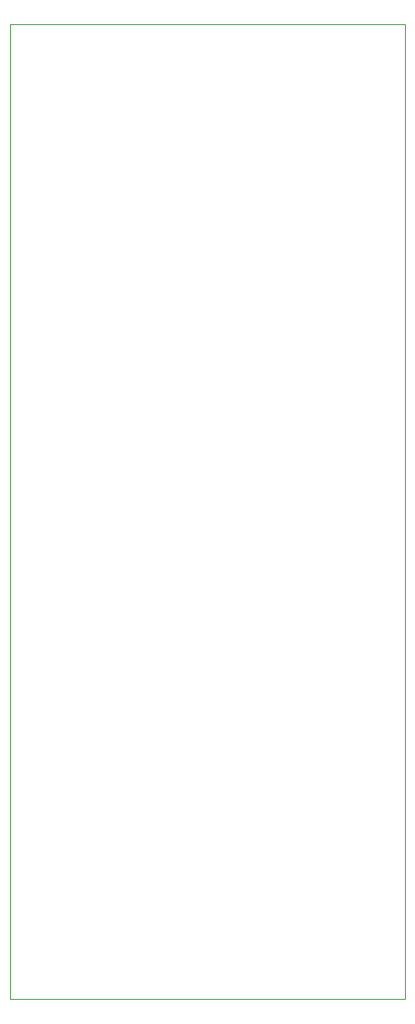
<source format=gm1>
G04 #@! TF.GenerationSoftware,KiCad,Pcbnew,7.0.2-0*
G04 #@! TF.CreationDate,2023-10-25T22:44:14+02:00*
G04 #@! TF.ProjectId,3340_vco,33333430-5f76-4636-9f2e-6b696361645f,rev?*
G04 #@! TF.SameCoordinates,Original*
G04 #@! TF.FileFunction,Profile,NP*
%FSLAX46Y46*%
G04 Gerber Fmt 4.6, Leading zero omitted, Abs format (unit mm)*
G04 Created by KiCad (PCBNEW 7.0.2-0) date 2023-10-25 22:44:14*
%MOMM*%
%LPD*%
G01*
G04 APERTURE LIST*
G04 #@! TA.AperFunction,Profile*
%ADD10C,0.100000*%
G04 #@! TD*
G04 APERTURE END LIST*
D10*
X203200000Y-25400000D02*
X203200000Y-124206000D01*
X243200000Y-25400000D02*
X243200000Y-124206000D01*
X203200000Y-124206000D02*
X243200000Y-124206000D01*
X203200000Y-25400000D02*
X243200000Y-25400000D01*
M02*

</source>
